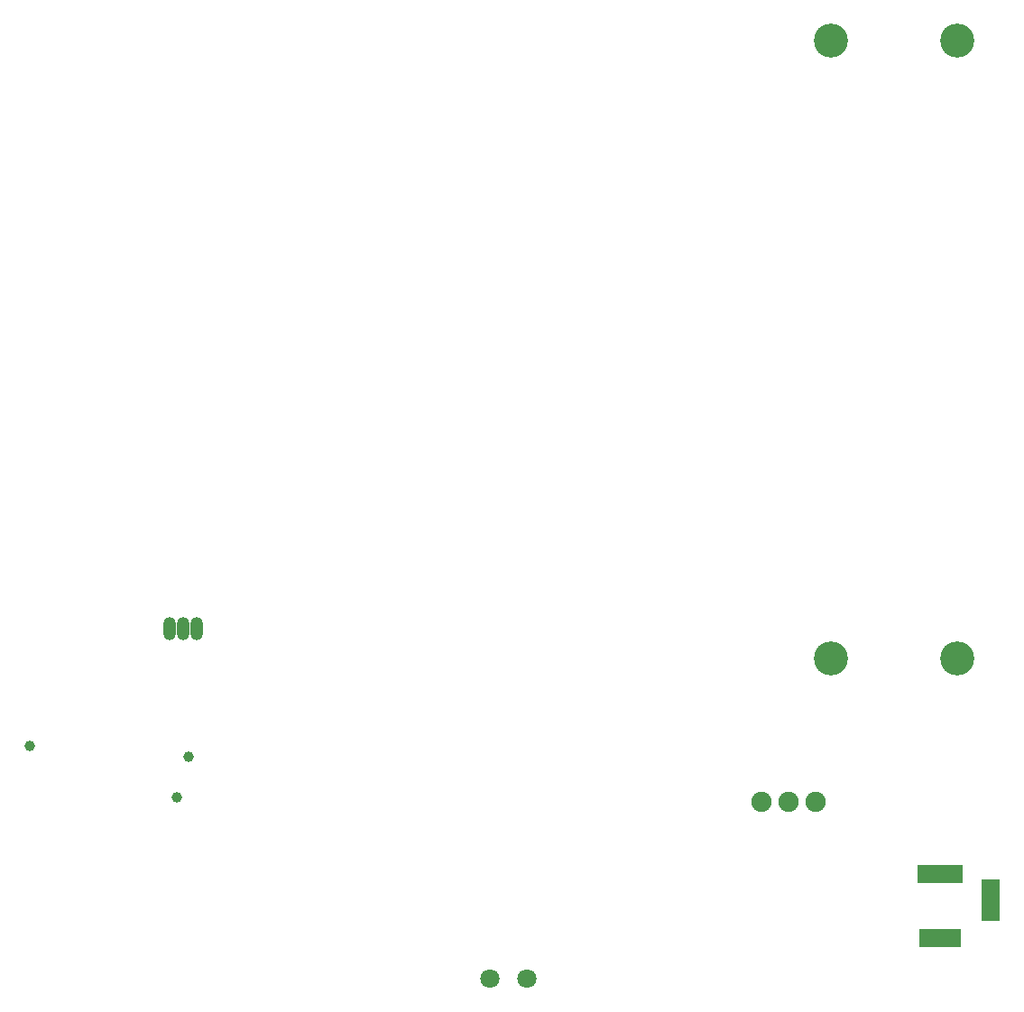
<source format=gbs>
G04*
G04 #@! TF.GenerationSoftware,Altium Limited,Altium Designer,23.1.1 (15)*
G04*
G04 Layer_Color=16711935*
%FSLAX44Y44*%
%MOMM*%
G71*
G04*
G04 #@! TF.SameCoordinates,76B832DB-4935-4160-942D-398904476E74*
G04*
G04*
G04 #@! TF.FilePolarity,Negative*
G04*
G01*
G75*
%ADD40C,1.8032*%
%ADD41O,1.2032X2.2032*%
%ADD42O,1.2032X2.2032*%
%ADD43C,1.9032*%
%ADD44C,3.2032*%
%ADD45R,3.9032X1.7032*%
%ADD46R,1.7032X3.9032*%
%ADD47R,4.3032X1.7032*%
%ADD48C,1.0032*%
D40*
X482500Y50000D02*
D03*
X517500D02*
D03*
D41*
X207700Y378000D02*
D03*
D42*
X195000D02*
D03*
X182300D02*
D03*
D43*
X788400Y216000D02*
D03*
X763000D02*
D03*
X737600D02*
D03*
D44*
X803000Y350000D02*
D03*
Y930000D02*
D03*
X921000Y350000D02*
D03*
Y930000D02*
D03*
D45*
X905000Y88000D02*
D03*
D46*
X953000Y123000D02*
D03*
D47*
X905000Y148000D02*
D03*
D48*
X51000Y268000D02*
D03*
X200000Y258000D02*
D03*
X189000Y220000D02*
D03*
M02*

</source>
